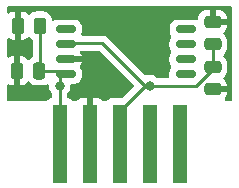
<source format=gtl>
G04 #@! TF.GenerationSoftware,KiCad,Pcbnew,7.0.11*
G04 #@! TF.CreationDate,2025-05-05T07:07:12+10:00*
G04 #@! TF.ProjectId,MAP Card,4d415020-4361-4726-942e-6b696361645f,rev?*
G04 #@! TF.SameCoordinates,Original*
G04 #@! TF.FileFunction,Copper,L1,Top*
G04 #@! TF.FilePolarity,Positive*
%FSLAX46Y46*%
G04 Gerber Fmt 4.6, Leading zero omitted, Abs format (unit mm)*
G04 Created by KiCad (PCBNEW 7.0.11) date 2025-05-05 07:07:12*
%MOMM*%
%LPD*%
G01*
G04 APERTURE LIST*
G04 Aperture macros list*
%AMRoundRect*
0 Rectangle with rounded corners*
0 $1 Rounding radius*
0 $2 $3 $4 $5 $6 $7 $8 $9 X,Y pos of 4 corners*
0 Add a 4 corners polygon primitive as box body*
4,1,4,$2,$3,$4,$5,$6,$7,$8,$9,$2,$3,0*
0 Add four circle primitives for the rounded corners*
1,1,$1+$1,$2,$3*
1,1,$1+$1,$4,$5*
1,1,$1+$1,$6,$7*
1,1,$1+$1,$8,$9*
0 Add four rect primitives between the rounded corners*
20,1,$1+$1,$2,$3,$4,$5,0*
20,1,$1+$1,$4,$5,$6,$7,0*
20,1,$1+$1,$6,$7,$8,$9,0*
20,1,$1+$1,$8,$9,$2,$3,0*%
G04 Aperture macros list end*
G04 #@! TA.AperFunction,SMDPad,CuDef*
%ADD10RoundRect,0.150000X-0.712500X-0.150000X0.712500X-0.150000X0.712500X0.150000X-0.712500X0.150000X0*%
G04 #@! TD*
G04 #@! TA.AperFunction,ConnectorPad*
%ADD11R,1.300000X6.730000*%
G04 #@! TD*
G04 #@! TA.AperFunction,SMDPad,CuDef*
%ADD12RoundRect,0.250000X0.475000X-0.250000X0.475000X0.250000X-0.475000X0.250000X-0.475000X-0.250000X0*%
G04 #@! TD*
G04 #@! TA.AperFunction,SMDPad,CuDef*
%ADD13RoundRect,0.250000X-0.250000X-0.475000X0.250000X-0.475000X0.250000X0.475000X-0.250000X0.475000X0*%
G04 #@! TD*
G04 #@! TA.AperFunction,SMDPad,CuDef*
%ADD14RoundRect,0.250000X0.262500X0.450000X-0.262500X0.450000X-0.262500X-0.450000X0.262500X-0.450000X0*%
G04 #@! TD*
G04 #@! TA.AperFunction,SMDPad,CuDef*
%ADD15RoundRect,0.250000X-0.475000X0.250000X-0.475000X-0.250000X0.475000X-0.250000X0.475000X0.250000X0*%
G04 #@! TD*
G04 #@! TA.AperFunction,ViaPad*
%ADD16C,0.800000*%
G04 #@! TD*
G04 #@! TA.AperFunction,Conductor*
%ADD17C,0.250000*%
G04 #@! TD*
G04 #@! TA.AperFunction,Conductor*
%ADD18C,0.500000*%
G04 #@! TD*
G04 APERTURE END LIST*
D10*
X149098000Y-98725000D03*
X149098000Y-99995000D03*
X149098000Y-101265000D03*
X149098000Y-102535000D03*
X159258000Y-102535000D03*
X159258000Y-101265000D03*
X159258000Y-99995000D03*
X159278000Y-98725000D03*
D11*
X148590000Y-108418000D03*
X151130000Y-108418000D03*
X153670000Y-108418000D03*
X156210000Y-108418000D03*
X158750000Y-108418000D03*
D12*
X161544000Y-103820000D03*
X161544000Y-101920000D03*
D13*
X144973000Y-102235000D03*
X146873000Y-102235000D03*
D14*
X146899000Y-98425000D03*
X145074000Y-98425000D03*
D15*
X161544000Y-98110000D03*
X161544000Y-100010000D03*
D16*
X153035000Y-97790000D03*
X156845000Y-101600000D03*
X152400000Y-102235000D03*
X156210000Y-103505000D03*
X148590000Y-103505000D03*
D17*
X155818000Y-103505000D02*
X152208000Y-99895000D01*
X152208000Y-99895000D02*
X149198000Y-99895000D01*
X149198000Y-99895000D02*
X149098000Y-99995000D01*
D18*
X149098000Y-101265000D02*
X150795000Y-101265000D01*
X150795000Y-101265000D02*
X151130000Y-101600000D01*
X151130000Y-101600000D02*
X151130000Y-108418000D01*
D17*
X161544000Y-101920000D02*
X161544000Y-102108000D01*
X160147000Y-103505000D02*
X156210000Y-103505000D01*
X161544000Y-102108000D02*
X160147000Y-103505000D01*
X161544000Y-100010000D02*
X161544000Y-101920000D01*
X156210000Y-103505000D02*
X155818000Y-103505000D01*
X153670000Y-105653000D02*
X153670000Y-108418000D01*
X155818000Y-103505000D02*
X153670000Y-105653000D01*
X148590000Y-103505000D02*
X148590000Y-108418000D01*
X146924000Y-98425000D02*
X146924000Y-102171500D01*
X148590000Y-102743000D02*
X148590000Y-103505000D01*
X146924000Y-102171500D02*
X146860500Y-102235000D01*
X149098000Y-102235000D02*
X148590000Y-102743000D01*
X146860500Y-102235000D02*
X149098000Y-102235000D01*
G04 #@! TA.AperFunction,Conductor*
G36*
X163137121Y-96794002D02*
G01*
X163183614Y-96847658D01*
X163195000Y-96900000D01*
X163195000Y-104649000D01*
X163174998Y-104717121D01*
X163121342Y-104763614D01*
X163069000Y-104775000D01*
X162690165Y-104775000D01*
X162622044Y-104754998D01*
X162575551Y-104701342D01*
X162565447Y-104631068D01*
X162594941Y-104566488D01*
X162601070Y-104559905D01*
X162617629Y-104543345D01*
X162617634Y-104543339D01*
X162710657Y-104392525D01*
X162766393Y-104224321D01*
X162766394Y-104224318D01*
X162776999Y-104120516D01*
X162777000Y-104120516D01*
X162777000Y-104074000D01*
X161416000Y-104074000D01*
X161347879Y-104053998D01*
X161301386Y-104000342D01*
X161290000Y-103948000D01*
X161290000Y-103692000D01*
X161310002Y-103623879D01*
X161363658Y-103577386D01*
X161416000Y-103566000D01*
X162777000Y-103566000D01*
X162777000Y-103519483D01*
X162766394Y-103415681D01*
X162766393Y-103415678D01*
X162710657Y-103247474D01*
X162617634Y-103096660D01*
X162617629Y-103096654D01*
X162492344Y-102971369D01*
X162489551Y-102969161D01*
X162488131Y-102967156D01*
X162487150Y-102966175D01*
X162487317Y-102966007D01*
X162448519Y-102911222D01*
X162445325Y-102840298D01*
X162480983Y-102778905D01*
X162489554Y-102771478D01*
X162492639Y-102769037D01*
X162492652Y-102769030D01*
X162618030Y-102643652D01*
X162711115Y-102492738D01*
X162766887Y-102324426D01*
X162777500Y-102220545D01*
X162777499Y-101619456D01*
X162766887Y-101515574D01*
X162711115Y-101347262D01*
X162618030Y-101196348D01*
X162618029Y-101196347D01*
X162618024Y-101196341D01*
X162492658Y-101070975D01*
X162486897Y-101066420D01*
X162488105Y-101064892D01*
X162447238Y-101019466D01*
X162435828Y-100949392D01*
X162464114Y-100884274D01*
X162487344Y-100864145D01*
X162486897Y-100863580D01*
X162492644Y-100859034D01*
X162492652Y-100859030D01*
X162618030Y-100733652D01*
X162711115Y-100582738D01*
X162766887Y-100414426D01*
X162777500Y-100310545D01*
X162777499Y-99709456D01*
X162766887Y-99605574D01*
X162711115Y-99437262D01*
X162618030Y-99286348D01*
X162618029Y-99286347D01*
X162618024Y-99286341D01*
X162492657Y-99160974D01*
X162489547Y-99158515D01*
X162487967Y-99156284D01*
X162487463Y-99155780D01*
X162487549Y-99155693D01*
X162448518Y-99100575D01*
X162445326Y-99029650D01*
X162480986Y-98968259D01*
X162489558Y-98960832D01*
X162492350Y-98958624D01*
X162617629Y-98833345D01*
X162617634Y-98833339D01*
X162710657Y-98682525D01*
X162766393Y-98514321D01*
X162766394Y-98514318D01*
X162776999Y-98410516D01*
X162777000Y-98410516D01*
X162777000Y-98364000D01*
X161416000Y-98364000D01*
X161347879Y-98343998D01*
X161301386Y-98290342D01*
X161290000Y-98238000D01*
X161290000Y-97102000D01*
X161798000Y-97102000D01*
X161798000Y-97856000D01*
X162777000Y-97856000D01*
X162777000Y-97809483D01*
X162766394Y-97705681D01*
X162766393Y-97705678D01*
X162710657Y-97537474D01*
X162617634Y-97386660D01*
X162617629Y-97386654D01*
X162492345Y-97261370D01*
X162492339Y-97261365D01*
X162341525Y-97168342D01*
X162173321Y-97112606D01*
X162173318Y-97112605D01*
X162069516Y-97102000D01*
X161798000Y-97102000D01*
X161290000Y-97102000D01*
X161018483Y-97102000D01*
X160914681Y-97112605D01*
X160914678Y-97112606D01*
X160746474Y-97168342D01*
X160595660Y-97261365D01*
X160595654Y-97261370D01*
X160470370Y-97386654D01*
X160470365Y-97386660D01*
X160377342Y-97537474D01*
X160321606Y-97705678D01*
X160321605Y-97705681D01*
X160311000Y-97809483D01*
X160311000Y-97814570D01*
X160290998Y-97882691D01*
X160237342Y-97929184D01*
X160167068Y-97939288D01*
X160149848Y-97935567D01*
X160094332Y-97919438D01*
X160094328Y-97919437D01*
X160057011Y-97916500D01*
X160057002Y-97916500D01*
X158498998Y-97916500D01*
X158498989Y-97916500D01*
X158461671Y-97919437D01*
X158461670Y-97919437D01*
X158301894Y-97965856D01*
X158158696Y-98050544D01*
X158158689Y-98050549D01*
X158041049Y-98168189D01*
X158041044Y-98168196D01*
X157956356Y-98311394D01*
X157909937Y-98471170D01*
X157909937Y-98471171D01*
X157907000Y-98508488D01*
X157907000Y-98941511D01*
X157909937Y-98978828D01*
X157909937Y-98978829D01*
X157956355Y-99138602D01*
X158041979Y-99283384D01*
X158059438Y-99352200D01*
X158036921Y-99419532D01*
X158022627Y-99436612D01*
X158021049Y-99438190D01*
X158021044Y-99438196D01*
X157936356Y-99581394D01*
X157889937Y-99741170D01*
X157889937Y-99741171D01*
X157887000Y-99778488D01*
X157887000Y-100211511D01*
X157889937Y-100248828D01*
X157889937Y-100248829D01*
X157936356Y-100408605D01*
X158021043Y-100551802D01*
X158021798Y-100552775D01*
X158022152Y-100553676D01*
X158025082Y-100558631D01*
X158024282Y-100559103D01*
X158047744Y-100618861D01*
X158033842Y-100688483D01*
X158021798Y-100707225D01*
X158021043Y-100708197D01*
X157936356Y-100851394D01*
X157889937Y-101011170D01*
X157887000Y-101048488D01*
X157887000Y-101481511D01*
X157889937Y-101518828D01*
X157889937Y-101518829D01*
X157936356Y-101678605D01*
X158021043Y-101821802D01*
X158021798Y-101822775D01*
X158022152Y-101823676D01*
X158025082Y-101828631D01*
X158024282Y-101829103D01*
X158047744Y-101888861D01*
X158033842Y-101958483D01*
X158021798Y-101977225D01*
X158021043Y-101978197D01*
X157936356Y-102121394D01*
X157889937Y-102281170D01*
X157889937Y-102281171D01*
X157887000Y-102318488D01*
X157887000Y-102745500D01*
X157866998Y-102813621D01*
X157813342Y-102860114D01*
X157761000Y-102871500D01*
X156918200Y-102871500D01*
X156850079Y-102851498D01*
X156824563Y-102829810D01*
X156821252Y-102826133D01*
X156666752Y-102713882D01*
X156492288Y-102636206D01*
X156305487Y-102596500D01*
X156114513Y-102596500D01*
X155926507Y-102636462D01*
X155855716Y-102631060D01*
X155811215Y-102602310D01*
X152715244Y-99506339D01*
X152705279Y-99493901D01*
X152705052Y-99494090D01*
X152700001Y-99487984D01*
X152700000Y-99487982D01*
X152684715Y-99473629D01*
X152650349Y-99441357D01*
X152647505Y-99438600D01*
X152627777Y-99418871D01*
X152627771Y-99418866D01*
X152624567Y-99416380D01*
X152615556Y-99408683D01*
X152583325Y-99378417D01*
X152583319Y-99378413D01*
X152565563Y-99368651D01*
X152549047Y-99357802D01*
X152533041Y-99345386D01*
X152492464Y-99327827D01*
X152481807Y-99322605D01*
X152443063Y-99301306D01*
X152443060Y-99301305D01*
X152423436Y-99296266D01*
X152404736Y-99289864D01*
X152396611Y-99286348D01*
X152386145Y-99281819D01*
X152386143Y-99281818D01*
X152386141Y-99281818D01*
X152342474Y-99274901D01*
X152330855Y-99272495D01*
X152288030Y-99261500D01*
X152267776Y-99261500D01*
X152248066Y-99259949D01*
X152228057Y-99256780D01*
X152184039Y-99260941D01*
X152172181Y-99261500D01*
X150551755Y-99261500D01*
X150483634Y-99241498D01*
X150437141Y-99187842D01*
X150427037Y-99117568D01*
X150430755Y-99100356D01*
X150466062Y-98978831D01*
X150468999Y-98941511D01*
X150469000Y-98941511D01*
X150469000Y-98508489D01*
X150468999Y-98508488D01*
X150466062Y-98471171D01*
X150466062Y-98471170D01*
X150466062Y-98471169D01*
X150419645Y-98311399D01*
X150419643Y-98311397D01*
X150419643Y-98311394D01*
X150334955Y-98168196D01*
X150334950Y-98168189D01*
X150217310Y-98050549D01*
X150217303Y-98050544D01*
X150074105Y-97965856D01*
X149914329Y-97919437D01*
X149877011Y-97916500D01*
X149877002Y-97916500D01*
X148318998Y-97916500D01*
X148318989Y-97916500D01*
X148281671Y-97919437D01*
X148281670Y-97919437D01*
X148121896Y-97965856D01*
X148104965Y-97975869D01*
X148036148Y-97993327D01*
X147968817Y-97970809D01*
X147924349Y-97915463D01*
X147915480Y-97880219D01*
X147909387Y-97820574D01*
X147853615Y-97652262D01*
X147760530Y-97501348D01*
X147760529Y-97501347D01*
X147760524Y-97501341D01*
X147635158Y-97375975D01*
X147635152Y-97375970D01*
X147632715Y-97374467D01*
X147484238Y-97282885D01*
X147400082Y-97254999D01*
X147315927Y-97227113D01*
X147315920Y-97227112D01*
X147212053Y-97216500D01*
X146585955Y-97216500D01*
X146482074Y-97227112D01*
X146313761Y-97282885D01*
X146162847Y-97375970D01*
X146162841Y-97375975D01*
X146075241Y-97463576D01*
X146012929Y-97497602D01*
X145942114Y-97492537D01*
X145897051Y-97463576D01*
X145809845Y-97376370D01*
X145809839Y-97376365D01*
X145659025Y-97283342D01*
X145490821Y-97227606D01*
X145490818Y-97227605D01*
X145387016Y-97217000D01*
X145328000Y-97217000D01*
X145328000Y-99633000D01*
X145387017Y-99633000D01*
X145387016Y-99632999D01*
X145490818Y-99622394D01*
X145490821Y-99622393D01*
X145659025Y-99566657D01*
X145809839Y-99473634D01*
X145809845Y-99473629D01*
X145897051Y-99386424D01*
X145959363Y-99352398D01*
X146030178Y-99357463D01*
X146075241Y-99386424D01*
X146162841Y-99474024D01*
X146162845Y-99474027D01*
X146162848Y-99474030D01*
X146215229Y-99506339D01*
X146230646Y-99515848D01*
X146278125Y-99568633D01*
X146290500Y-99623089D01*
X146290500Y-101003583D01*
X146270498Y-101071704D01*
X146230647Y-101110823D01*
X146149353Y-101160966D01*
X146149341Y-101160975D01*
X146023971Y-101286345D01*
X146021511Y-101289457D01*
X146019281Y-101291035D01*
X146018780Y-101291537D01*
X146018694Y-101291451D01*
X145963568Y-101330483D01*
X145892643Y-101333671D01*
X145831254Y-101298008D01*
X145823837Y-101289446D01*
X145821632Y-101286657D01*
X145696345Y-101161370D01*
X145696339Y-101161365D01*
X145545525Y-101068342D01*
X145377321Y-101012606D01*
X145377318Y-101012605D01*
X145273516Y-101002000D01*
X145227000Y-101002000D01*
X145227000Y-103468000D01*
X145273517Y-103468000D01*
X145273516Y-103467999D01*
X145377318Y-103457394D01*
X145377321Y-103457393D01*
X145545525Y-103401657D01*
X145696339Y-103308634D01*
X145696345Y-103308629D01*
X145821624Y-103183350D01*
X145823832Y-103180558D01*
X145825837Y-103179137D01*
X145826825Y-103178150D01*
X145826993Y-103178318D01*
X145881768Y-103139522D01*
X145952693Y-103136323D01*
X146014088Y-103171976D01*
X146021515Y-103180547D01*
X146023974Y-103183657D01*
X146149341Y-103309024D01*
X146149347Y-103309029D01*
X146149348Y-103309030D01*
X146300262Y-103402115D01*
X146468574Y-103457887D01*
X146572455Y-103468500D01*
X147173544Y-103468499D01*
X147277426Y-103457887D01*
X147445738Y-103402115D01*
X147485796Y-103377406D01*
X147554270Y-103358670D01*
X147622009Y-103379928D01*
X147667502Y-103434434D01*
X147677251Y-103497809D01*
X147676496Y-103504997D01*
X147676496Y-103504998D01*
X147696457Y-103694927D01*
X147726526Y-103787470D01*
X147755473Y-103876556D01*
X147755476Y-103876561D01*
X147832252Y-104009542D01*
X147850960Y-104041944D01*
X147924137Y-104123215D01*
X147954853Y-104187220D01*
X147956500Y-104207524D01*
X147956500Y-104424316D01*
X147936498Y-104492437D01*
X147882842Y-104538930D01*
X147843972Y-104549594D01*
X147830801Y-104551010D01*
X147830795Y-104551011D01*
X147693797Y-104602110D01*
X147693792Y-104602112D01*
X147576738Y-104689738D01*
X147550710Y-104724509D01*
X147493874Y-104767056D01*
X147449842Y-104775000D01*
X144271000Y-104775000D01*
X144202879Y-104754998D01*
X144156386Y-104701342D01*
X144145000Y-104649000D01*
X144145000Y-103469837D01*
X144165002Y-103401716D01*
X144218658Y-103355223D01*
X144288932Y-103345119D01*
X144337147Y-103362596D01*
X144400474Y-103401657D01*
X144568678Y-103457393D01*
X144568681Y-103457394D01*
X144672483Y-103467999D01*
X144672483Y-103468000D01*
X144719000Y-103468000D01*
X144719000Y-101002000D01*
X144672483Y-101002000D01*
X144568681Y-101012605D01*
X144568678Y-101012606D01*
X144400472Y-101068343D01*
X144337146Y-101107403D01*
X144268667Y-101126140D01*
X144200928Y-101104880D01*
X144155437Y-101050373D01*
X144145000Y-101000162D01*
X144145000Y-99580250D01*
X144165002Y-99512129D01*
X144218658Y-99465636D01*
X144288932Y-99455532D01*
X144337147Y-99473009D01*
X144488974Y-99566657D01*
X144657178Y-99622393D01*
X144657181Y-99622394D01*
X144760983Y-99632999D01*
X144760983Y-99633000D01*
X144820000Y-99633000D01*
X144820000Y-97217000D01*
X144760983Y-97217000D01*
X144657181Y-97227605D01*
X144657178Y-97227606D01*
X144488972Y-97283343D01*
X144337146Y-97376990D01*
X144268667Y-97395727D01*
X144200928Y-97374467D01*
X144155437Y-97319960D01*
X144145000Y-97269749D01*
X144145000Y-96900000D01*
X144165002Y-96831879D01*
X144218658Y-96785386D01*
X144271000Y-96774000D01*
X163069000Y-96774000D01*
X163137121Y-96794002D01*
G37*
G04 #@! TD.AperFunction*
G04 #@! TA.AperFunction,Conductor*
G36*
X151961527Y-100548502D02*
G01*
X151982500Y-100565404D01*
X154833001Y-103415906D01*
X154867026Y-103478216D01*
X154861961Y-103549031D01*
X154833001Y-103594094D01*
X153919498Y-104507596D01*
X153857188Y-104541620D01*
X153830405Y-104544500D01*
X152971350Y-104544500D01*
X152910803Y-104551009D01*
X152910795Y-104551011D01*
X152773797Y-104602110D01*
X152773792Y-104602112D01*
X152656738Y-104689738D01*
X152630710Y-104724509D01*
X152573874Y-104767056D01*
X152529842Y-104775000D01*
X152269534Y-104775000D01*
X152201413Y-104754998D01*
X152168667Y-104724510D01*
X152142904Y-104690095D01*
X152025965Y-104602555D01*
X151889093Y-104551505D01*
X151828597Y-104545000D01*
X151384000Y-104545000D01*
X151384000Y-104775000D01*
X150876000Y-104775000D01*
X150876000Y-104545000D01*
X150431402Y-104545000D01*
X150370906Y-104551505D01*
X150234035Y-104602555D01*
X150234034Y-104602555D01*
X150117095Y-104690095D01*
X150091333Y-104724510D01*
X150034497Y-104767056D01*
X149990466Y-104775000D01*
X149730158Y-104775000D01*
X149662037Y-104754998D01*
X149629290Y-104724509D01*
X149603261Y-104689738D01*
X149486207Y-104602112D01*
X149486202Y-104602110D01*
X149349204Y-104551011D01*
X149349198Y-104551010D01*
X149336028Y-104549594D01*
X149270437Y-104522423D01*
X149229947Y-104464104D01*
X149223500Y-104424316D01*
X149223500Y-104207524D01*
X149243502Y-104139403D01*
X149255858Y-104123220D01*
X149329040Y-104041944D01*
X149424527Y-103876556D01*
X149483542Y-103694928D01*
X149503504Y-103505000D01*
X149501157Y-103482669D01*
X149513930Y-103412831D01*
X149562432Y-103360985D01*
X149626467Y-103343500D01*
X149877011Y-103343500D01*
X149877011Y-103343499D01*
X149914331Y-103340562D01*
X150074101Y-103294145D01*
X150074103Y-103294143D01*
X150074105Y-103294143D01*
X150153017Y-103247474D01*
X150217307Y-103209453D01*
X150334953Y-103091807D01*
X150419645Y-102948601D01*
X150466062Y-102788831D01*
X150468999Y-102751511D01*
X150469000Y-102751511D01*
X150469000Y-102318489D01*
X150468999Y-102318488D01*
X150466062Y-102281171D01*
X150466062Y-102281170D01*
X150466062Y-102281169D01*
X150419645Y-102121399D01*
X150419643Y-102121397D01*
X150419643Y-102121394D01*
X150334955Y-101978196D01*
X150333885Y-101976816D01*
X150333382Y-101975536D01*
X150330918Y-101971369D01*
X150331590Y-101970971D01*
X150307937Y-101910732D01*
X150321836Y-101841109D01*
X150333890Y-101822353D01*
X150334556Y-101821493D01*
X150419181Y-101678401D01*
X150465493Y-101519000D01*
X148970000Y-101519000D01*
X148901879Y-101498998D01*
X148855386Y-101445342D01*
X148844000Y-101393000D01*
X148844000Y-101137000D01*
X148864002Y-101068879D01*
X148917658Y-101022386D01*
X148970000Y-101011000D01*
X150465492Y-101011000D01*
X150419181Y-100851598D01*
X150340549Y-100718639D01*
X150323090Y-100649823D01*
X150345607Y-100582492D01*
X150400951Y-100538022D01*
X150449003Y-100528500D01*
X151893406Y-100528500D01*
X151961527Y-100548502D01*
G37*
G04 #@! TD.AperFunction*
M02*

</source>
